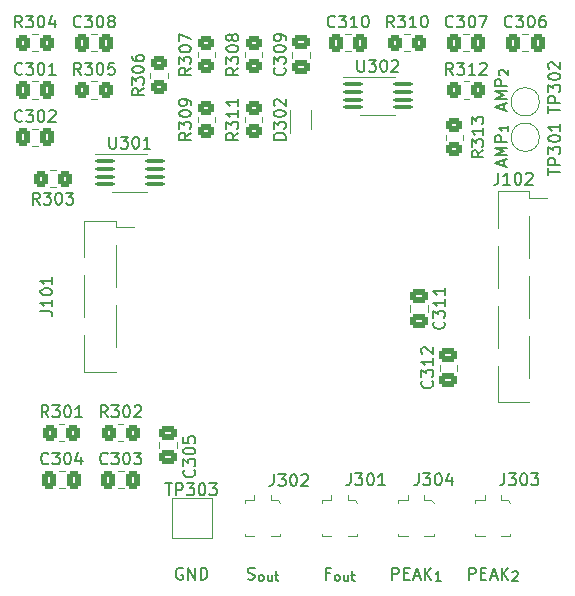
<source format=gto>
G04 #@! TF.GenerationSoftware,KiCad,Pcbnew,6.0.6-1.fc36*
G04 #@! TF.CreationDate,2022-07-29T11:52:02+02:00*
G04 #@! TF.ProjectId,CosmicWatch-ventidue,436f736d-6963-4576-9174-63682d76656e,rev?*
G04 #@! TF.SameCoordinates,Original*
G04 #@! TF.FileFunction,Legend,Top*
G04 #@! TF.FilePolarity,Positive*
%FSLAX46Y46*%
G04 Gerber Fmt 4.6, Leading zero omitted, Abs format (unit mm)*
G04 Created by KiCad (PCBNEW 6.0.6-1.fc36) date 2022-07-29 11:52:02*
%MOMM*%
%LPD*%
G01*
G04 APERTURE LIST*
G04 Aperture macros list*
%AMRoundRect*
0 Rectangle with rounded corners*
0 $1 Rounding radius*
0 $2 $3 $4 $5 $6 $7 $8 $9 X,Y pos of 4 corners*
0 Add a 4 corners polygon primitive as box body*
4,1,4,$2,$3,$4,$5,$6,$7,$8,$9,$2,$3,0*
0 Add four circle primitives for the rounded corners*
1,1,$1+$1,$2,$3*
1,1,$1+$1,$4,$5*
1,1,$1+$1,$6,$7*
1,1,$1+$1,$8,$9*
0 Add four rect primitives between the rounded corners*
20,1,$1+$1,$2,$3,$4,$5,0*
20,1,$1+$1,$4,$5,$6,$7,0*
20,1,$1+$1,$6,$7,$8,$9,0*
20,1,$1+$1,$8,$9,$2,$3,0*%
G04 Aperture macros list end*
%ADD10C,0.150000*%
%ADD11C,0.120000*%
%ADD12R,2.510000X1.000000*%
%ADD13C,2.000000*%
%ADD14RoundRect,0.250000X0.475000X-0.337500X0.475000X0.337500X-0.475000X0.337500X-0.475000X-0.337500X0*%
%ADD15RoundRect,0.250000X-0.475000X0.337500X-0.475000X-0.337500X0.475000X-0.337500X0.475000X0.337500X0*%
%ADD16RoundRect,0.250000X0.450000X-0.350000X0.450000X0.350000X-0.450000X0.350000X-0.450000X-0.350000X0*%
%ADD17RoundRect,0.250000X0.350000X0.450000X-0.350000X0.450000X-0.350000X-0.450000X0.350000X-0.450000X0*%
%ADD18RoundRect,0.100000X-0.712500X-0.100000X0.712500X-0.100000X0.712500X0.100000X-0.712500X0.100000X0*%
%ADD19RoundRect,0.250000X-0.337500X-0.475000X0.337500X-0.475000X0.337500X0.475000X-0.337500X0.475000X0*%
%ADD20RoundRect,0.250000X-0.350000X-0.450000X0.350000X-0.450000X0.350000X0.450000X-0.350000X0.450000X0*%
%ADD21R,0.375000X0.500000*%
%ADD22R,0.300000X0.650000*%
%ADD23RoundRect,0.250000X-0.450000X0.350000X-0.450000X-0.350000X0.450000X-0.350000X0.450000X0.350000X0*%
%ADD24RoundRect,0.250000X0.337500X0.475000X-0.337500X0.475000X-0.337500X-0.475000X0.337500X-0.475000X0*%
%ADD25R,1.000000X1.000000*%
%ADD26R,1.050000X2.200000*%
%ADD27R,3.000000X3.000000*%
G04 APERTURE END LIST*
D10*
X91226190Y-161452380D02*
X91226190Y-160452380D01*
X91607142Y-160452380D01*
X91702380Y-160500000D01*
X91750000Y-160547619D01*
X91797619Y-160642857D01*
X91797619Y-160785714D01*
X91750000Y-160880952D01*
X91702380Y-160928571D01*
X91607142Y-160976190D01*
X91226190Y-160976190D01*
X92226190Y-160928571D02*
X92559523Y-160928571D01*
X92702380Y-161452380D02*
X92226190Y-161452380D01*
X92226190Y-160452380D01*
X92702380Y-160452380D01*
X93083333Y-161166666D02*
X93559523Y-161166666D01*
X92988095Y-161452380D02*
X93321428Y-160452380D01*
X93654761Y-161452380D01*
X93988095Y-161452380D02*
X93988095Y-160452380D01*
X94559523Y-161452380D02*
X94130952Y-160880952D01*
X94559523Y-160452380D02*
X93988095Y-161023809D01*
X94902380Y-160838095D02*
X94940476Y-160800000D01*
X95016666Y-160761904D01*
X95207142Y-160761904D01*
X95283333Y-160800000D01*
X95321428Y-160838095D01*
X95359523Y-160914285D01*
X95359523Y-160990476D01*
X95321428Y-161104761D01*
X94864285Y-161561904D01*
X95359523Y-161561904D01*
X79440476Y-160928571D02*
X79107142Y-160928571D01*
X79107142Y-161452380D02*
X79107142Y-160452380D01*
X79583333Y-160452380D01*
X80030952Y-161561904D02*
X79954761Y-161523809D01*
X79916666Y-161485714D01*
X79878571Y-161409523D01*
X79878571Y-161180952D01*
X79916666Y-161104761D01*
X79954761Y-161066666D01*
X80030952Y-161028571D01*
X80145238Y-161028571D01*
X80221428Y-161066666D01*
X80259523Y-161104761D01*
X80297619Y-161180952D01*
X80297619Y-161409523D01*
X80259523Y-161485714D01*
X80221428Y-161523809D01*
X80145238Y-161561904D01*
X80030952Y-161561904D01*
X80983333Y-161028571D02*
X80983333Y-161561904D01*
X80640476Y-161028571D02*
X80640476Y-161447619D01*
X80678571Y-161523809D01*
X80754761Y-161561904D01*
X80869047Y-161561904D01*
X80945238Y-161523809D01*
X80983333Y-161485714D01*
X81250000Y-161028571D02*
X81554761Y-161028571D01*
X81364285Y-160761904D02*
X81364285Y-161447619D01*
X81402380Y-161523809D01*
X81478571Y-161561904D01*
X81554761Y-161561904D01*
X94166666Y-121690476D02*
X94166666Y-121214285D01*
X94452380Y-121785714D02*
X93452380Y-121452380D01*
X94452380Y-121119047D01*
X94452380Y-120785714D02*
X93452380Y-120785714D01*
X94166666Y-120452380D01*
X93452380Y-120119047D01*
X94452380Y-120119047D01*
X94452380Y-119642857D02*
X93452380Y-119642857D01*
X93452380Y-119261904D01*
X93500000Y-119166666D01*
X93547619Y-119119047D01*
X93642857Y-119071428D01*
X93785714Y-119071428D01*
X93880952Y-119119047D01*
X93928571Y-119166666D01*
X93976190Y-119261904D01*
X93976190Y-119642857D01*
X93838095Y-118728571D02*
X93800000Y-118690476D01*
X93761904Y-118614285D01*
X93761904Y-118423809D01*
X93800000Y-118347619D01*
X93838095Y-118309523D01*
X93914285Y-118271428D01*
X93990476Y-118271428D01*
X94104761Y-118309523D01*
X94561904Y-118766666D01*
X94561904Y-118271428D01*
X66988095Y-160500000D02*
X66892857Y-160452380D01*
X66750000Y-160452380D01*
X66607142Y-160500000D01*
X66511904Y-160595238D01*
X66464285Y-160690476D01*
X66416666Y-160880952D01*
X66416666Y-161023809D01*
X66464285Y-161214285D01*
X66511904Y-161309523D01*
X66607142Y-161404761D01*
X66750000Y-161452380D01*
X66845238Y-161452380D01*
X66988095Y-161404761D01*
X67035714Y-161357142D01*
X67035714Y-161023809D01*
X66845238Y-161023809D01*
X67464285Y-161452380D02*
X67464285Y-160452380D01*
X68035714Y-161452380D01*
X68035714Y-160452380D01*
X68511904Y-161452380D02*
X68511904Y-160452380D01*
X68750000Y-160452380D01*
X68892857Y-160500000D01*
X68988095Y-160595238D01*
X69035714Y-160690476D01*
X69083333Y-160880952D01*
X69083333Y-161023809D01*
X69035714Y-161214285D01*
X68988095Y-161309523D01*
X68892857Y-161404761D01*
X68750000Y-161452380D01*
X68511904Y-161452380D01*
X84726190Y-161452380D02*
X84726190Y-160452380D01*
X85107142Y-160452380D01*
X85202380Y-160500000D01*
X85250000Y-160547619D01*
X85297619Y-160642857D01*
X85297619Y-160785714D01*
X85250000Y-160880952D01*
X85202380Y-160928571D01*
X85107142Y-160976190D01*
X84726190Y-160976190D01*
X85726190Y-160928571D02*
X86059523Y-160928571D01*
X86202380Y-161452380D02*
X85726190Y-161452380D01*
X85726190Y-160452380D01*
X86202380Y-160452380D01*
X86583333Y-161166666D02*
X87059523Y-161166666D01*
X86488095Y-161452380D02*
X86821428Y-160452380D01*
X87154761Y-161452380D01*
X87488095Y-161452380D02*
X87488095Y-160452380D01*
X88059523Y-161452380D02*
X87630952Y-160880952D01*
X88059523Y-160452380D02*
X87488095Y-161023809D01*
X88859523Y-161561904D02*
X88402380Y-161561904D01*
X88630952Y-161561904D02*
X88630952Y-160761904D01*
X88554761Y-160876190D01*
X88478571Y-160952380D01*
X88402380Y-160990476D01*
X94166666Y-126440476D02*
X94166666Y-125964285D01*
X94452380Y-126535714D02*
X93452380Y-126202380D01*
X94452380Y-125869047D01*
X94452380Y-125535714D02*
X93452380Y-125535714D01*
X94166666Y-125202380D01*
X93452380Y-124869047D01*
X94452380Y-124869047D01*
X94452380Y-124392857D02*
X93452380Y-124392857D01*
X93452380Y-124011904D01*
X93500000Y-123916666D01*
X93547619Y-123869047D01*
X93642857Y-123821428D01*
X93785714Y-123821428D01*
X93880952Y-123869047D01*
X93928571Y-123916666D01*
X93976190Y-124011904D01*
X93976190Y-124392857D01*
X94561904Y-123021428D02*
X94561904Y-123478571D01*
X94561904Y-123250000D02*
X93761904Y-123250000D01*
X93876190Y-123326190D01*
X93952380Y-123402380D01*
X93990476Y-123478571D01*
X72511904Y-161404761D02*
X72654761Y-161452380D01*
X72892857Y-161452380D01*
X72988095Y-161404761D01*
X73035714Y-161357142D01*
X73083333Y-161261904D01*
X73083333Y-161166666D01*
X73035714Y-161071428D01*
X72988095Y-161023809D01*
X72892857Y-160976190D01*
X72702380Y-160928571D01*
X72607142Y-160880952D01*
X72559523Y-160833333D01*
X72511904Y-160738095D01*
X72511904Y-160642857D01*
X72559523Y-160547619D01*
X72607142Y-160500000D01*
X72702380Y-160452380D01*
X72940476Y-160452380D01*
X73083333Y-160500000D01*
X73578571Y-161561904D02*
X73502380Y-161523809D01*
X73464285Y-161485714D01*
X73426190Y-161409523D01*
X73426190Y-161180952D01*
X73464285Y-161104761D01*
X73502380Y-161066666D01*
X73578571Y-161028571D01*
X73692857Y-161028571D01*
X73769047Y-161066666D01*
X73807142Y-161104761D01*
X73845238Y-161180952D01*
X73845238Y-161409523D01*
X73807142Y-161485714D01*
X73769047Y-161523809D01*
X73692857Y-161561904D01*
X73578571Y-161561904D01*
X74530952Y-161028571D02*
X74530952Y-161561904D01*
X74188095Y-161028571D02*
X74188095Y-161447619D01*
X74226190Y-161523809D01*
X74302380Y-161561904D01*
X74416666Y-161561904D01*
X74492857Y-161523809D01*
X74530952Y-161485714D01*
X74797619Y-161028571D02*
X75102380Y-161028571D01*
X74911904Y-160761904D02*
X74911904Y-161447619D01*
X74950000Y-161523809D01*
X75026190Y-161561904D01*
X75102380Y-161561904D01*
X93714285Y-127002380D02*
X93714285Y-127716666D01*
X93666666Y-127859523D01*
X93571428Y-127954761D01*
X93428571Y-128002380D01*
X93333333Y-128002380D01*
X94714285Y-128002380D02*
X94142857Y-128002380D01*
X94428571Y-128002380D02*
X94428571Y-127002380D01*
X94333333Y-127145238D01*
X94238095Y-127240476D01*
X94142857Y-127288095D01*
X95333333Y-127002380D02*
X95428571Y-127002380D01*
X95523809Y-127050000D01*
X95571428Y-127097619D01*
X95619047Y-127192857D01*
X95666666Y-127383333D01*
X95666666Y-127621428D01*
X95619047Y-127811904D01*
X95571428Y-127907142D01*
X95523809Y-127954761D01*
X95428571Y-128002380D01*
X95333333Y-128002380D01*
X95238095Y-127954761D01*
X95190476Y-127907142D01*
X95142857Y-127811904D01*
X95095238Y-127621428D01*
X95095238Y-127383333D01*
X95142857Y-127192857D01*
X95190476Y-127097619D01*
X95238095Y-127050000D01*
X95333333Y-127002380D01*
X96047619Y-127097619D02*
X96095238Y-127050000D01*
X96190476Y-127002380D01*
X96428571Y-127002380D01*
X96523809Y-127050000D01*
X96571428Y-127097619D01*
X96619047Y-127192857D01*
X96619047Y-127288095D01*
X96571428Y-127430952D01*
X96000000Y-128002380D01*
X96619047Y-128002380D01*
X97952380Y-121964285D02*
X97952380Y-121392857D01*
X98952380Y-121678571D02*
X97952380Y-121678571D01*
X98952380Y-121059523D02*
X97952380Y-121059523D01*
X97952380Y-120678571D01*
X98000000Y-120583333D01*
X98047619Y-120535714D01*
X98142857Y-120488095D01*
X98285714Y-120488095D01*
X98380952Y-120535714D01*
X98428571Y-120583333D01*
X98476190Y-120678571D01*
X98476190Y-121059523D01*
X97952380Y-120154761D02*
X97952380Y-119535714D01*
X98333333Y-119869047D01*
X98333333Y-119726190D01*
X98380952Y-119630952D01*
X98428571Y-119583333D01*
X98523809Y-119535714D01*
X98761904Y-119535714D01*
X98857142Y-119583333D01*
X98904761Y-119630952D01*
X98952380Y-119726190D01*
X98952380Y-120011904D01*
X98904761Y-120107142D01*
X98857142Y-120154761D01*
X97952380Y-118916666D02*
X97952380Y-118821428D01*
X98000000Y-118726190D01*
X98047619Y-118678571D01*
X98142857Y-118630952D01*
X98333333Y-118583333D01*
X98571428Y-118583333D01*
X98761904Y-118630952D01*
X98857142Y-118678571D01*
X98904761Y-118726190D01*
X98952380Y-118821428D01*
X98952380Y-118916666D01*
X98904761Y-119011904D01*
X98857142Y-119059523D01*
X98761904Y-119107142D01*
X98571428Y-119154761D01*
X98333333Y-119154761D01*
X98142857Y-119107142D01*
X98047619Y-119059523D01*
X98000000Y-119011904D01*
X97952380Y-118916666D01*
X98047619Y-118202380D02*
X98000000Y-118154761D01*
X97952380Y-118059523D01*
X97952380Y-117821428D01*
X98000000Y-117726190D01*
X98047619Y-117678571D01*
X98142857Y-117630952D01*
X98238095Y-117630952D01*
X98380952Y-117678571D01*
X98952380Y-118250000D01*
X98952380Y-117630952D01*
X75607142Y-118119047D02*
X75654761Y-118166666D01*
X75702380Y-118309523D01*
X75702380Y-118404761D01*
X75654761Y-118547619D01*
X75559523Y-118642857D01*
X75464285Y-118690476D01*
X75273809Y-118738095D01*
X75130952Y-118738095D01*
X74940476Y-118690476D01*
X74845238Y-118642857D01*
X74750000Y-118547619D01*
X74702380Y-118404761D01*
X74702380Y-118309523D01*
X74750000Y-118166666D01*
X74797619Y-118119047D01*
X74702380Y-117785714D02*
X74702380Y-117166666D01*
X75083333Y-117500000D01*
X75083333Y-117357142D01*
X75130952Y-117261904D01*
X75178571Y-117214285D01*
X75273809Y-117166666D01*
X75511904Y-117166666D01*
X75607142Y-117214285D01*
X75654761Y-117261904D01*
X75702380Y-117357142D01*
X75702380Y-117642857D01*
X75654761Y-117738095D01*
X75607142Y-117785714D01*
X74702380Y-116547619D02*
X74702380Y-116452380D01*
X74750000Y-116357142D01*
X74797619Y-116309523D01*
X74892857Y-116261904D01*
X75083333Y-116214285D01*
X75321428Y-116214285D01*
X75511904Y-116261904D01*
X75607142Y-116309523D01*
X75654761Y-116357142D01*
X75702380Y-116452380D01*
X75702380Y-116547619D01*
X75654761Y-116642857D01*
X75607142Y-116690476D01*
X75511904Y-116738095D01*
X75321428Y-116785714D01*
X75083333Y-116785714D01*
X74892857Y-116738095D01*
X74797619Y-116690476D01*
X74750000Y-116642857D01*
X74702380Y-116547619D01*
X75702380Y-115738095D02*
X75702380Y-115547619D01*
X75654761Y-115452380D01*
X75607142Y-115404761D01*
X75464285Y-115309523D01*
X75273809Y-115261904D01*
X74892857Y-115261904D01*
X74797619Y-115309523D01*
X74750000Y-115357142D01*
X74702380Y-115452380D01*
X74702380Y-115642857D01*
X74750000Y-115738095D01*
X74797619Y-115785714D01*
X74892857Y-115833333D01*
X75130952Y-115833333D01*
X75226190Y-115785714D01*
X75273809Y-115738095D01*
X75321428Y-115642857D01*
X75321428Y-115452380D01*
X75273809Y-115357142D01*
X75226190Y-115309523D01*
X75130952Y-115261904D01*
X88107142Y-144619047D02*
X88154761Y-144666666D01*
X88202380Y-144809523D01*
X88202380Y-144904761D01*
X88154761Y-145047619D01*
X88059523Y-145142857D01*
X87964285Y-145190476D01*
X87773809Y-145238095D01*
X87630952Y-145238095D01*
X87440476Y-145190476D01*
X87345238Y-145142857D01*
X87250000Y-145047619D01*
X87202380Y-144904761D01*
X87202380Y-144809523D01*
X87250000Y-144666666D01*
X87297619Y-144619047D01*
X87202380Y-144285714D02*
X87202380Y-143666666D01*
X87583333Y-144000000D01*
X87583333Y-143857142D01*
X87630952Y-143761904D01*
X87678571Y-143714285D01*
X87773809Y-143666666D01*
X88011904Y-143666666D01*
X88107142Y-143714285D01*
X88154761Y-143761904D01*
X88202380Y-143857142D01*
X88202380Y-144142857D01*
X88154761Y-144238095D01*
X88107142Y-144285714D01*
X88202380Y-142714285D02*
X88202380Y-143285714D01*
X88202380Y-143000000D02*
X87202380Y-143000000D01*
X87345238Y-143095238D01*
X87440476Y-143190476D01*
X87488095Y-143285714D01*
X87297619Y-142333333D02*
X87250000Y-142285714D01*
X87202380Y-142190476D01*
X87202380Y-141952380D01*
X87250000Y-141857142D01*
X87297619Y-141809523D01*
X87392857Y-141761904D01*
X87488095Y-141761904D01*
X87630952Y-141809523D01*
X88202380Y-142380952D01*
X88202380Y-141761904D01*
X63702380Y-119869047D02*
X63226190Y-120202380D01*
X63702380Y-120440476D02*
X62702380Y-120440476D01*
X62702380Y-120059523D01*
X62750000Y-119964285D01*
X62797619Y-119916666D01*
X62892857Y-119869047D01*
X63035714Y-119869047D01*
X63130952Y-119916666D01*
X63178571Y-119964285D01*
X63226190Y-120059523D01*
X63226190Y-120440476D01*
X62702380Y-119535714D02*
X62702380Y-118916666D01*
X63083333Y-119250000D01*
X63083333Y-119107142D01*
X63130952Y-119011904D01*
X63178571Y-118964285D01*
X63273809Y-118916666D01*
X63511904Y-118916666D01*
X63607142Y-118964285D01*
X63654761Y-119011904D01*
X63702380Y-119107142D01*
X63702380Y-119392857D01*
X63654761Y-119488095D01*
X63607142Y-119535714D01*
X62702380Y-118297619D02*
X62702380Y-118202380D01*
X62750000Y-118107142D01*
X62797619Y-118059523D01*
X62892857Y-118011904D01*
X63083333Y-117964285D01*
X63321428Y-117964285D01*
X63511904Y-118011904D01*
X63607142Y-118059523D01*
X63654761Y-118107142D01*
X63702380Y-118202380D01*
X63702380Y-118297619D01*
X63654761Y-118392857D01*
X63607142Y-118440476D01*
X63511904Y-118488095D01*
X63321428Y-118535714D01*
X63083333Y-118535714D01*
X62892857Y-118488095D01*
X62797619Y-118440476D01*
X62750000Y-118392857D01*
X62702380Y-118297619D01*
X62702380Y-117107142D02*
X62702380Y-117297619D01*
X62750000Y-117392857D01*
X62797619Y-117440476D01*
X62940476Y-117535714D01*
X63130952Y-117583333D01*
X63511904Y-117583333D01*
X63607142Y-117535714D01*
X63654761Y-117488095D01*
X63702380Y-117392857D01*
X63702380Y-117202380D01*
X63654761Y-117107142D01*
X63607142Y-117059523D01*
X63511904Y-117011904D01*
X63273809Y-117011904D01*
X63178571Y-117059523D01*
X63130952Y-117107142D01*
X63083333Y-117202380D01*
X63083333Y-117392857D01*
X63130952Y-117488095D01*
X63178571Y-117535714D01*
X63273809Y-117583333D01*
X53380952Y-114702380D02*
X53047619Y-114226190D01*
X52809523Y-114702380D02*
X52809523Y-113702380D01*
X53190476Y-113702380D01*
X53285714Y-113750000D01*
X53333333Y-113797619D01*
X53380952Y-113892857D01*
X53380952Y-114035714D01*
X53333333Y-114130952D01*
X53285714Y-114178571D01*
X53190476Y-114226190D01*
X52809523Y-114226190D01*
X53714285Y-113702380D02*
X54333333Y-113702380D01*
X54000000Y-114083333D01*
X54142857Y-114083333D01*
X54238095Y-114130952D01*
X54285714Y-114178571D01*
X54333333Y-114273809D01*
X54333333Y-114511904D01*
X54285714Y-114607142D01*
X54238095Y-114654761D01*
X54142857Y-114702380D01*
X53857142Y-114702380D01*
X53761904Y-114654761D01*
X53714285Y-114607142D01*
X54952380Y-113702380D02*
X55047619Y-113702380D01*
X55142857Y-113750000D01*
X55190476Y-113797619D01*
X55238095Y-113892857D01*
X55285714Y-114083333D01*
X55285714Y-114321428D01*
X55238095Y-114511904D01*
X55190476Y-114607142D01*
X55142857Y-114654761D01*
X55047619Y-114702380D01*
X54952380Y-114702380D01*
X54857142Y-114654761D01*
X54809523Y-114607142D01*
X54761904Y-114511904D01*
X54714285Y-114321428D01*
X54714285Y-114083333D01*
X54761904Y-113892857D01*
X54809523Y-113797619D01*
X54857142Y-113750000D01*
X54952380Y-113702380D01*
X56142857Y-114035714D02*
X56142857Y-114702380D01*
X55904761Y-113654761D02*
X55666666Y-114369047D01*
X56285714Y-114369047D01*
X81785714Y-117452380D02*
X81785714Y-118261904D01*
X81833333Y-118357142D01*
X81880952Y-118404761D01*
X81976190Y-118452380D01*
X82166666Y-118452380D01*
X82261904Y-118404761D01*
X82309523Y-118357142D01*
X82357142Y-118261904D01*
X82357142Y-117452380D01*
X82738095Y-117452380D02*
X83357142Y-117452380D01*
X83023809Y-117833333D01*
X83166666Y-117833333D01*
X83261904Y-117880952D01*
X83309523Y-117928571D01*
X83357142Y-118023809D01*
X83357142Y-118261904D01*
X83309523Y-118357142D01*
X83261904Y-118404761D01*
X83166666Y-118452380D01*
X82880952Y-118452380D01*
X82785714Y-118404761D01*
X82738095Y-118357142D01*
X83976190Y-117452380D02*
X84071428Y-117452380D01*
X84166666Y-117500000D01*
X84214285Y-117547619D01*
X84261904Y-117642857D01*
X84309523Y-117833333D01*
X84309523Y-118071428D01*
X84261904Y-118261904D01*
X84214285Y-118357142D01*
X84166666Y-118404761D01*
X84071428Y-118452380D01*
X83976190Y-118452380D01*
X83880952Y-118404761D01*
X83833333Y-118357142D01*
X83785714Y-118261904D01*
X83738095Y-118071428D01*
X83738095Y-117833333D01*
X83785714Y-117642857D01*
X83833333Y-117547619D01*
X83880952Y-117500000D01*
X83976190Y-117452380D01*
X84690476Y-117547619D02*
X84738095Y-117500000D01*
X84833333Y-117452380D01*
X85071428Y-117452380D01*
X85166666Y-117500000D01*
X85214285Y-117547619D01*
X85261904Y-117642857D01*
X85261904Y-117738095D01*
X85214285Y-117880952D01*
X84642857Y-118452380D01*
X85261904Y-118452380D01*
X67957142Y-152181547D02*
X68004761Y-152229166D01*
X68052380Y-152372023D01*
X68052380Y-152467261D01*
X68004761Y-152610119D01*
X67909523Y-152705357D01*
X67814285Y-152752976D01*
X67623809Y-152800595D01*
X67480952Y-152800595D01*
X67290476Y-152752976D01*
X67195238Y-152705357D01*
X67100000Y-152610119D01*
X67052380Y-152467261D01*
X67052380Y-152372023D01*
X67100000Y-152229166D01*
X67147619Y-152181547D01*
X67052380Y-151848214D02*
X67052380Y-151229166D01*
X67433333Y-151562500D01*
X67433333Y-151419642D01*
X67480952Y-151324404D01*
X67528571Y-151276785D01*
X67623809Y-151229166D01*
X67861904Y-151229166D01*
X67957142Y-151276785D01*
X68004761Y-151324404D01*
X68052380Y-151419642D01*
X68052380Y-151705357D01*
X68004761Y-151800595D01*
X67957142Y-151848214D01*
X67052380Y-150610119D02*
X67052380Y-150514880D01*
X67100000Y-150419642D01*
X67147619Y-150372023D01*
X67242857Y-150324404D01*
X67433333Y-150276785D01*
X67671428Y-150276785D01*
X67861904Y-150324404D01*
X67957142Y-150372023D01*
X68004761Y-150419642D01*
X68052380Y-150514880D01*
X68052380Y-150610119D01*
X68004761Y-150705357D01*
X67957142Y-150752976D01*
X67861904Y-150800595D01*
X67671428Y-150848214D01*
X67433333Y-150848214D01*
X67242857Y-150800595D01*
X67147619Y-150752976D01*
X67100000Y-150705357D01*
X67052380Y-150610119D01*
X67052380Y-149372023D02*
X67052380Y-149848214D01*
X67528571Y-149895833D01*
X67480952Y-149848214D01*
X67433333Y-149752976D01*
X67433333Y-149514880D01*
X67480952Y-149419642D01*
X67528571Y-149372023D01*
X67623809Y-149324404D01*
X67861904Y-149324404D01*
X67957142Y-149372023D01*
X68004761Y-149419642D01*
X68052380Y-149514880D01*
X68052380Y-149752976D01*
X68004761Y-149848214D01*
X67957142Y-149895833D01*
X89107142Y-139619047D02*
X89154761Y-139666666D01*
X89202380Y-139809523D01*
X89202380Y-139904761D01*
X89154761Y-140047619D01*
X89059523Y-140142857D01*
X88964285Y-140190476D01*
X88773809Y-140238095D01*
X88630952Y-140238095D01*
X88440476Y-140190476D01*
X88345238Y-140142857D01*
X88250000Y-140047619D01*
X88202380Y-139904761D01*
X88202380Y-139809523D01*
X88250000Y-139666666D01*
X88297619Y-139619047D01*
X88202380Y-139285714D02*
X88202380Y-138666666D01*
X88583333Y-139000000D01*
X88583333Y-138857142D01*
X88630952Y-138761904D01*
X88678571Y-138714285D01*
X88773809Y-138666666D01*
X89011904Y-138666666D01*
X89107142Y-138714285D01*
X89154761Y-138761904D01*
X89202380Y-138857142D01*
X89202380Y-139142857D01*
X89154761Y-139238095D01*
X89107142Y-139285714D01*
X89202380Y-137714285D02*
X89202380Y-138285714D01*
X89202380Y-138000000D02*
X88202380Y-138000000D01*
X88345238Y-138095238D01*
X88440476Y-138190476D01*
X88488095Y-138285714D01*
X89202380Y-136761904D02*
X89202380Y-137333333D01*
X89202380Y-137047619D02*
X88202380Y-137047619D01*
X88345238Y-137142857D01*
X88440476Y-137238095D01*
X88488095Y-137333333D01*
X79880952Y-114607142D02*
X79833333Y-114654761D01*
X79690476Y-114702380D01*
X79595238Y-114702380D01*
X79452380Y-114654761D01*
X79357142Y-114559523D01*
X79309523Y-114464285D01*
X79261904Y-114273809D01*
X79261904Y-114130952D01*
X79309523Y-113940476D01*
X79357142Y-113845238D01*
X79452380Y-113750000D01*
X79595238Y-113702380D01*
X79690476Y-113702380D01*
X79833333Y-113750000D01*
X79880952Y-113797619D01*
X80214285Y-113702380D02*
X80833333Y-113702380D01*
X80500000Y-114083333D01*
X80642857Y-114083333D01*
X80738095Y-114130952D01*
X80785714Y-114178571D01*
X80833333Y-114273809D01*
X80833333Y-114511904D01*
X80785714Y-114607142D01*
X80738095Y-114654761D01*
X80642857Y-114702380D01*
X80357142Y-114702380D01*
X80261904Y-114654761D01*
X80214285Y-114607142D01*
X81785714Y-114702380D02*
X81214285Y-114702380D01*
X81500000Y-114702380D02*
X81500000Y-113702380D01*
X81404761Y-113845238D01*
X81309523Y-113940476D01*
X81214285Y-113988095D01*
X82404761Y-113702380D02*
X82500000Y-113702380D01*
X82595238Y-113750000D01*
X82642857Y-113797619D01*
X82690476Y-113892857D01*
X82738095Y-114083333D01*
X82738095Y-114321428D01*
X82690476Y-114511904D01*
X82642857Y-114607142D01*
X82595238Y-114654761D01*
X82500000Y-114702380D01*
X82404761Y-114702380D01*
X82309523Y-114654761D01*
X82261904Y-114607142D01*
X82214285Y-114511904D01*
X82166666Y-114321428D01*
X82166666Y-114083333D01*
X82214285Y-113892857D01*
X82261904Y-113797619D01*
X82309523Y-113750000D01*
X82404761Y-113702380D01*
X97952380Y-127214285D02*
X97952380Y-126642857D01*
X98952380Y-126928571D02*
X97952380Y-126928571D01*
X98952380Y-126309523D02*
X97952380Y-126309523D01*
X97952380Y-125928571D01*
X98000000Y-125833333D01*
X98047619Y-125785714D01*
X98142857Y-125738095D01*
X98285714Y-125738095D01*
X98380952Y-125785714D01*
X98428571Y-125833333D01*
X98476190Y-125928571D01*
X98476190Y-126309523D01*
X97952380Y-125404761D02*
X97952380Y-124785714D01*
X98333333Y-125119047D01*
X98333333Y-124976190D01*
X98380952Y-124880952D01*
X98428571Y-124833333D01*
X98523809Y-124785714D01*
X98761904Y-124785714D01*
X98857142Y-124833333D01*
X98904761Y-124880952D01*
X98952380Y-124976190D01*
X98952380Y-125261904D01*
X98904761Y-125357142D01*
X98857142Y-125404761D01*
X97952380Y-124166666D02*
X97952380Y-124071428D01*
X98000000Y-123976190D01*
X98047619Y-123928571D01*
X98142857Y-123880952D01*
X98333333Y-123833333D01*
X98571428Y-123833333D01*
X98761904Y-123880952D01*
X98857142Y-123928571D01*
X98904761Y-123976190D01*
X98952380Y-124071428D01*
X98952380Y-124166666D01*
X98904761Y-124261904D01*
X98857142Y-124309523D01*
X98761904Y-124357142D01*
X98571428Y-124404761D01*
X98333333Y-124404761D01*
X98142857Y-124357142D01*
X98047619Y-124309523D01*
X98000000Y-124261904D01*
X97952380Y-124166666D01*
X98952380Y-122880952D02*
X98952380Y-123452380D01*
X98952380Y-123166666D02*
X97952380Y-123166666D01*
X98095238Y-123261904D01*
X98190476Y-123357142D01*
X98238095Y-123452380D01*
X58380952Y-118702380D02*
X58047619Y-118226190D01*
X57809523Y-118702380D02*
X57809523Y-117702380D01*
X58190476Y-117702380D01*
X58285714Y-117750000D01*
X58333333Y-117797619D01*
X58380952Y-117892857D01*
X58380952Y-118035714D01*
X58333333Y-118130952D01*
X58285714Y-118178571D01*
X58190476Y-118226190D01*
X57809523Y-118226190D01*
X58714285Y-117702380D02*
X59333333Y-117702380D01*
X59000000Y-118083333D01*
X59142857Y-118083333D01*
X59238095Y-118130952D01*
X59285714Y-118178571D01*
X59333333Y-118273809D01*
X59333333Y-118511904D01*
X59285714Y-118607142D01*
X59238095Y-118654761D01*
X59142857Y-118702380D01*
X58857142Y-118702380D01*
X58761904Y-118654761D01*
X58714285Y-118607142D01*
X59952380Y-117702380D02*
X60047619Y-117702380D01*
X60142857Y-117750000D01*
X60190476Y-117797619D01*
X60238095Y-117892857D01*
X60285714Y-118083333D01*
X60285714Y-118321428D01*
X60238095Y-118511904D01*
X60190476Y-118607142D01*
X60142857Y-118654761D01*
X60047619Y-118702380D01*
X59952380Y-118702380D01*
X59857142Y-118654761D01*
X59809523Y-118607142D01*
X59761904Y-118511904D01*
X59714285Y-118321428D01*
X59714285Y-118083333D01*
X59761904Y-117892857D01*
X59809523Y-117797619D01*
X59857142Y-117750000D01*
X59952380Y-117702380D01*
X61190476Y-117702380D02*
X60714285Y-117702380D01*
X60666666Y-118178571D01*
X60714285Y-118130952D01*
X60809523Y-118083333D01*
X61047619Y-118083333D01*
X61142857Y-118130952D01*
X61190476Y-118178571D01*
X61238095Y-118273809D01*
X61238095Y-118511904D01*
X61190476Y-118607142D01*
X61142857Y-118654761D01*
X61047619Y-118702380D01*
X60809523Y-118702380D01*
X60714285Y-118654761D01*
X60666666Y-118607142D01*
X60630952Y-151607142D02*
X60583333Y-151654761D01*
X60440476Y-151702380D01*
X60345238Y-151702380D01*
X60202380Y-151654761D01*
X60107142Y-151559523D01*
X60059523Y-151464285D01*
X60011904Y-151273809D01*
X60011904Y-151130952D01*
X60059523Y-150940476D01*
X60107142Y-150845238D01*
X60202380Y-150750000D01*
X60345238Y-150702380D01*
X60440476Y-150702380D01*
X60583333Y-150750000D01*
X60630952Y-150797619D01*
X60964285Y-150702380D02*
X61583333Y-150702380D01*
X61250000Y-151083333D01*
X61392857Y-151083333D01*
X61488095Y-151130952D01*
X61535714Y-151178571D01*
X61583333Y-151273809D01*
X61583333Y-151511904D01*
X61535714Y-151607142D01*
X61488095Y-151654761D01*
X61392857Y-151702380D01*
X61107142Y-151702380D01*
X61011904Y-151654761D01*
X60964285Y-151607142D01*
X62202380Y-150702380D02*
X62297619Y-150702380D01*
X62392857Y-150750000D01*
X62440476Y-150797619D01*
X62488095Y-150892857D01*
X62535714Y-151083333D01*
X62535714Y-151321428D01*
X62488095Y-151511904D01*
X62440476Y-151607142D01*
X62392857Y-151654761D01*
X62297619Y-151702380D01*
X62202380Y-151702380D01*
X62107142Y-151654761D01*
X62059523Y-151607142D01*
X62011904Y-151511904D01*
X61964285Y-151321428D01*
X61964285Y-151083333D01*
X62011904Y-150892857D01*
X62059523Y-150797619D01*
X62107142Y-150750000D01*
X62202380Y-150702380D01*
X62869047Y-150702380D02*
X63488095Y-150702380D01*
X63154761Y-151083333D01*
X63297619Y-151083333D01*
X63392857Y-151130952D01*
X63440476Y-151178571D01*
X63488095Y-151273809D01*
X63488095Y-151511904D01*
X63440476Y-151607142D01*
X63392857Y-151654761D01*
X63297619Y-151702380D01*
X63011904Y-151702380D01*
X62916666Y-151654761D01*
X62869047Y-151607142D01*
X67702380Y-123619047D02*
X67226190Y-123952380D01*
X67702380Y-124190476D02*
X66702380Y-124190476D01*
X66702380Y-123809523D01*
X66750000Y-123714285D01*
X66797619Y-123666666D01*
X66892857Y-123619047D01*
X67035714Y-123619047D01*
X67130952Y-123666666D01*
X67178571Y-123714285D01*
X67226190Y-123809523D01*
X67226190Y-124190476D01*
X66702380Y-123285714D02*
X66702380Y-122666666D01*
X67083333Y-123000000D01*
X67083333Y-122857142D01*
X67130952Y-122761904D01*
X67178571Y-122714285D01*
X67273809Y-122666666D01*
X67511904Y-122666666D01*
X67607142Y-122714285D01*
X67654761Y-122761904D01*
X67702380Y-122857142D01*
X67702380Y-123142857D01*
X67654761Y-123238095D01*
X67607142Y-123285714D01*
X66702380Y-122047619D02*
X66702380Y-121952380D01*
X66750000Y-121857142D01*
X66797619Y-121809523D01*
X66892857Y-121761904D01*
X67083333Y-121714285D01*
X67321428Y-121714285D01*
X67511904Y-121761904D01*
X67607142Y-121809523D01*
X67654761Y-121857142D01*
X67702380Y-121952380D01*
X67702380Y-122047619D01*
X67654761Y-122142857D01*
X67607142Y-122190476D01*
X67511904Y-122238095D01*
X67321428Y-122285714D01*
X67083333Y-122285714D01*
X66892857Y-122238095D01*
X66797619Y-122190476D01*
X66750000Y-122142857D01*
X66702380Y-122047619D01*
X67702380Y-121238095D02*
X67702380Y-121047619D01*
X67654761Y-120952380D01*
X67607142Y-120904761D01*
X67464285Y-120809523D01*
X67273809Y-120761904D01*
X66892857Y-120761904D01*
X66797619Y-120809523D01*
X66750000Y-120857142D01*
X66702380Y-120952380D01*
X66702380Y-121142857D01*
X66750000Y-121238095D01*
X66797619Y-121285714D01*
X66892857Y-121333333D01*
X67130952Y-121333333D01*
X67226190Y-121285714D01*
X67273809Y-121238095D01*
X67321428Y-121142857D01*
X67321428Y-120952380D01*
X67273809Y-120857142D01*
X67226190Y-120809523D01*
X67130952Y-120761904D01*
X55630952Y-147702380D02*
X55297619Y-147226190D01*
X55059523Y-147702380D02*
X55059523Y-146702380D01*
X55440476Y-146702380D01*
X55535714Y-146750000D01*
X55583333Y-146797619D01*
X55630952Y-146892857D01*
X55630952Y-147035714D01*
X55583333Y-147130952D01*
X55535714Y-147178571D01*
X55440476Y-147226190D01*
X55059523Y-147226190D01*
X55964285Y-146702380D02*
X56583333Y-146702380D01*
X56250000Y-147083333D01*
X56392857Y-147083333D01*
X56488095Y-147130952D01*
X56535714Y-147178571D01*
X56583333Y-147273809D01*
X56583333Y-147511904D01*
X56535714Y-147607142D01*
X56488095Y-147654761D01*
X56392857Y-147702380D01*
X56107142Y-147702380D01*
X56011904Y-147654761D01*
X55964285Y-147607142D01*
X57202380Y-146702380D02*
X57297619Y-146702380D01*
X57392857Y-146750000D01*
X57440476Y-146797619D01*
X57488095Y-146892857D01*
X57535714Y-147083333D01*
X57535714Y-147321428D01*
X57488095Y-147511904D01*
X57440476Y-147607142D01*
X57392857Y-147654761D01*
X57297619Y-147702380D01*
X57202380Y-147702380D01*
X57107142Y-147654761D01*
X57059523Y-147607142D01*
X57011904Y-147511904D01*
X56964285Y-147321428D01*
X56964285Y-147083333D01*
X57011904Y-146892857D01*
X57059523Y-146797619D01*
X57107142Y-146750000D01*
X57202380Y-146702380D01*
X58488095Y-147702380D02*
X57916666Y-147702380D01*
X58202380Y-147702380D02*
X58202380Y-146702380D01*
X58107142Y-146845238D01*
X58011904Y-146940476D01*
X57916666Y-146988095D01*
X75702380Y-124190476D02*
X74702380Y-124190476D01*
X74702380Y-123952380D01*
X74750000Y-123809523D01*
X74845238Y-123714285D01*
X74940476Y-123666666D01*
X75130952Y-123619047D01*
X75273809Y-123619047D01*
X75464285Y-123666666D01*
X75559523Y-123714285D01*
X75654761Y-123809523D01*
X75702380Y-123952380D01*
X75702380Y-124190476D01*
X74702380Y-123285714D02*
X74702380Y-122666666D01*
X75083333Y-123000000D01*
X75083333Y-122857142D01*
X75130952Y-122761904D01*
X75178571Y-122714285D01*
X75273809Y-122666666D01*
X75511904Y-122666666D01*
X75607142Y-122714285D01*
X75654761Y-122761904D01*
X75702380Y-122857142D01*
X75702380Y-123142857D01*
X75654761Y-123238095D01*
X75607142Y-123285714D01*
X74702380Y-122047619D02*
X74702380Y-121952380D01*
X74750000Y-121857142D01*
X74797619Y-121809523D01*
X74892857Y-121761904D01*
X75083333Y-121714285D01*
X75321428Y-121714285D01*
X75511904Y-121761904D01*
X75607142Y-121809523D01*
X75654761Y-121857142D01*
X75702380Y-121952380D01*
X75702380Y-122047619D01*
X75654761Y-122142857D01*
X75607142Y-122190476D01*
X75511904Y-122238095D01*
X75321428Y-122285714D01*
X75083333Y-122285714D01*
X74892857Y-122238095D01*
X74797619Y-122190476D01*
X74750000Y-122142857D01*
X74702380Y-122047619D01*
X74797619Y-121333333D02*
X74750000Y-121285714D01*
X74702380Y-121190476D01*
X74702380Y-120952380D01*
X74750000Y-120857142D01*
X74797619Y-120809523D01*
X74892857Y-120761904D01*
X74988095Y-120761904D01*
X75130952Y-120809523D01*
X75702380Y-121380952D01*
X75702380Y-120761904D01*
X89880952Y-118702380D02*
X89547619Y-118226190D01*
X89309523Y-118702380D02*
X89309523Y-117702380D01*
X89690476Y-117702380D01*
X89785714Y-117750000D01*
X89833333Y-117797619D01*
X89880952Y-117892857D01*
X89880952Y-118035714D01*
X89833333Y-118130952D01*
X89785714Y-118178571D01*
X89690476Y-118226190D01*
X89309523Y-118226190D01*
X90214285Y-117702380D02*
X90833333Y-117702380D01*
X90500000Y-118083333D01*
X90642857Y-118083333D01*
X90738095Y-118130952D01*
X90785714Y-118178571D01*
X90833333Y-118273809D01*
X90833333Y-118511904D01*
X90785714Y-118607142D01*
X90738095Y-118654761D01*
X90642857Y-118702380D01*
X90357142Y-118702380D01*
X90261904Y-118654761D01*
X90214285Y-118607142D01*
X91785714Y-118702380D02*
X91214285Y-118702380D01*
X91500000Y-118702380D02*
X91500000Y-117702380D01*
X91404761Y-117845238D01*
X91309523Y-117940476D01*
X91214285Y-117988095D01*
X92166666Y-117797619D02*
X92214285Y-117750000D01*
X92309523Y-117702380D01*
X92547619Y-117702380D01*
X92642857Y-117750000D01*
X92690476Y-117797619D01*
X92738095Y-117892857D01*
X92738095Y-117988095D01*
X92690476Y-118130952D01*
X92119047Y-118702380D01*
X92738095Y-118702380D01*
X92452380Y-125119047D02*
X91976190Y-125452380D01*
X92452380Y-125690476D02*
X91452380Y-125690476D01*
X91452380Y-125309523D01*
X91500000Y-125214285D01*
X91547619Y-125166666D01*
X91642857Y-125119047D01*
X91785714Y-125119047D01*
X91880952Y-125166666D01*
X91928571Y-125214285D01*
X91976190Y-125309523D01*
X91976190Y-125690476D01*
X91452380Y-124785714D02*
X91452380Y-124166666D01*
X91833333Y-124500000D01*
X91833333Y-124357142D01*
X91880952Y-124261904D01*
X91928571Y-124214285D01*
X92023809Y-124166666D01*
X92261904Y-124166666D01*
X92357142Y-124214285D01*
X92404761Y-124261904D01*
X92452380Y-124357142D01*
X92452380Y-124642857D01*
X92404761Y-124738095D01*
X92357142Y-124785714D01*
X92452380Y-123214285D02*
X92452380Y-123785714D01*
X92452380Y-123500000D02*
X91452380Y-123500000D01*
X91595238Y-123595238D01*
X91690476Y-123690476D01*
X91738095Y-123785714D01*
X91452380Y-122880952D02*
X91452380Y-122261904D01*
X91833333Y-122595238D01*
X91833333Y-122452380D01*
X91880952Y-122357142D01*
X91928571Y-122309523D01*
X92023809Y-122261904D01*
X92261904Y-122261904D01*
X92357142Y-122309523D01*
X92404761Y-122357142D01*
X92452380Y-122452380D01*
X92452380Y-122738095D01*
X92404761Y-122833333D01*
X92357142Y-122880952D01*
X89880952Y-114607142D02*
X89833333Y-114654761D01*
X89690476Y-114702380D01*
X89595238Y-114702380D01*
X89452380Y-114654761D01*
X89357142Y-114559523D01*
X89309523Y-114464285D01*
X89261904Y-114273809D01*
X89261904Y-114130952D01*
X89309523Y-113940476D01*
X89357142Y-113845238D01*
X89452380Y-113750000D01*
X89595238Y-113702380D01*
X89690476Y-113702380D01*
X89833333Y-113750000D01*
X89880952Y-113797619D01*
X90214285Y-113702380D02*
X90833333Y-113702380D01*
X90500000Y-114083333D01*
X90642857Y-114083333D01*
X90738095Y-114130952D01*
X90785714Y-114178571D01*
X90833333Y-114273809D01*
X90833333Y-114511904D01*
X90785714Y-114607142D01*
X90738095Y-114654761D01*
X90642857Y-114702380D01*
X90357142Y-114702380D01*
X90261904Y-114654761D01*
X90214285Y-114607142D01*
X91452380Y-113702380D02*
X91547619Y-113702380D01*
X91642857Y-113750000D01*
X91690476Y-113797619D01*
X91738095Y-113892857D01*
X91785714Y-114083333D01*
X91785714Y-114321428D01*
X91738095Y-114511904D01*
X91690476Y-114607142D01*
X91642857Y-114654761D01*
X91547619Y-114702380D01*
X91452380Y-114702380D01*
X91357142Y-114654761D01*
X91309523Y-114607142D01*
X91261904Y-114511904D01*
X91214285Y-114321428D01*
X91214285Y-114083333D01*
X91261904Y-113892857D01*
X91309523Y-113797619D01*
X91357142Y-113750000D01*
X91452380Y-113702380D01*
X92119047Y-113702380D02*
X92785714Y-113702380D01*
X92357142Y-114702380D01*
X53380952Y-118607142D02*
X53333333Y-118654761D01*
X53190476Y-118702380D01*
X53095238Y-118702380D01*
X52952380Y-118654761D01*
X52857142Y-118559523D01*
X52809523Y-118464285D01*
X52761904Y-118273809D01*
X52761904Y-118130952D01*
X52809523Y-117940476D01*
X52857142Y-117845238D01*
X52952380Y-117750000D01*
X53095238Y-117702380D01*
X53190476Y-117702380D01*
X53333333Y-117750000D01*
X53380952Y-117797619D01*
X53714285Y-117702380D02*
X54333333Y-117702380D01*
X54000000Y-118083333D01*
X54142857Y-118083333D01*
X54238095Y-118130952D01*
X54285714Y-118178571D01*
X54333333Y-118273809D01*
X54333333Y-118511904D01*
X54285714Y-118607142D01*
X54238095Y-118654761D01*
X54142857Y-118702380D01*
X53857142Y-118702380D01*
X53761904Y-118654761D01*
X53714285Y-118607142D01*
X54952380Y-117702380D02*
X55047619Y-117702380D01*
X55142857Y-117750000D01*
X55190476Y-117797619D01*
X55238095Y-117892857D01*
X55285714Y-118083333D01*
X55285714Y-118321428D01*
X55238095Y-118511904D01*
X55190476Y-118607142D01*
X55142857Y-118654761D01*
X55047619Y-118702380D01*
X54952380Y-118702380D01*
X54857142Y-118654761D01*
X54809523Y-118607142D01*
X54761904Y-118511904D01*
X54714285Y-118321428D01*
X54714285Y-118083333D01*
X54761904Y-117892857D01*
X54809523Y-117797619D01*
X54857142Y-117750000D01*
X54952380Y-117702380D01*
X56238095Y-118702380D02*
X55666666Y-118702380D01*
X55952380Y-118702380D02*
X55952380Y-117702380D01*
X55857142Y-117845238D01*
X55761904Y-117940476D01*
X55666666Y-117988095D01*
X71702380Y-123619047D02*
X71226190Y-123952380D01*
X71702380Y-124190476D02*
X70702380Y-124190476D01*
X70702380Y-123809523D01*
X70750000Y-123714285D01*
X70797619Y-123666666D01*
X70892857Y-123619047D01*
X71035714Y-123619047D01*
X71130952Y-123666666D01*
X71178571Y-123714285D01*
X71226190Y-123809523D01*
X71226190Y-124190476D01*
X70702380Y-123285714D02*
X70702380Y-122666666D01*
X71083333Y-123000000D01*
X71083333Y-122857142D01*
X71130952Y-122761904D01*
X71178571Y-122714285D01*
X71273809Y-122666666D01*
X71511904Y-122666666D01*
X71607142Y-122714285D01*
X71654761Y-122761904D01*
X71702380Y-122857142D01*
X71702380Y-123142857D01*
X71654761Y-123238095D01*
X71607142Y-123285714D01*
X71702380Y-121714285D02*
X71702380Y-122285714D01*
X71702380Y-122000000D02*
X70702380Y-122000000D01*
X70845238Y-122095238D01*
X70940476Y-122190476D01*
X70988095Y-122285714D01*
X71702380Y-120761904D02*
X71702380Y-121333333D01*
X71702380Y-121047619D02*
X70702380Y-121047619D01*
X70845238Y-121142857D01*
X70940476Y-121238095D01*
X70988095Y-121333333D01*
X53380952Y-122607142D02*
X53333333Y-122654761D01*
X53190476Y-122702380D01*
X53095238Y-122702380D01*
X52952380Y-122654761D01*
X52857142Y-122559523D01*
X52809523Y-122464285D01*
X52761904Y-122273809D01*
X52761904Y-122130952D01*
X52809523Y-121940476D01*
X52857142Y-121845238D01*
X52952380Y-121750000D01*
X53095238Y-121702380D01*
X53190476Y-121702380D01*
X53333333Y-121750000D01*
X53380952Y-121797619D01*
X53714285Y-121702380D02*
X54333333Y-121702380D01*
X54000000Y-122083333D01*
X54142857Y-122083333D01*
X54238095Y-122130952D01*
X54285714Y-122178571D01*
X54333333Y-122273809D01*
X54333333Y-122511904D01*
X54285714Y-122607142D01*
X54238095Y-122654761D01*
X54142857Y-122702380D01*
X53857142Y-122702380D01*
X53761904Y-122654761D01*
X53714285Y-122607142D01*
X54952380Y-121702380D02*
X55047619Y-121702380D01*
X55142857Y-121750000D01*
X55190476Y-121797619D01*
X55238095Y-121892857D01*
X55285714Y-122083333D01*
X55285714Y-122321428D01*
X55238095Y-122511904D01*
X55190476Y-122607142D01*
X55142857Y-122654761D01*
X55047619Y-122702380D01*
X54952380Y-122702380D01*
X54857142Y-122654761D01*
X54809523Y-122607142D01*
X54761904Y-122511904D01*
X54714285Y-122321428D01*
X54714285Y-122083333D01*
X54761904Y-121892857D01*
X54809523Y-121797619D01*
X54857142Y-121750000D01*
X54952380Y-121702380D01*
X55666666Y-121797619D02*
X55714285Y-121750000D01*
X55809523Y-121702380D01*
X56047619Y-121702380D01*
X56142857Y-121750000D01*
X56190476Y-121797619D01*
X56238095Y-121892857D01*
X56238095Y-121988095D01*
X56190476Y-122130952D01*
X55619047Y-122702380D01*
X56238095Y-122702380D01*
X60785714Y-123952380D02*
X60785714Y-124761904D01*
X60833333Y-124857142D01*
X60880952Y-124904761D01*
X60976190Y-124952380D01*
X61166666Y-124952380D01*
X61261904Y-124904761D01*
X61309523Y-124857142D01*
X61357142Y-124761904D01*
X61357142Y-123952380D01*
X61738095Y-123952380D02*
X62357142Y-123952380D01*
X62023809Y-124333333D01*
X62166666Y-124333333D01*
X62261904Y-124380952D01*
X62309523Y-124428571D01*
X62357142Y-124523809D01*
X62357142Y-124761904D01*
X62309523Y-124857142D01*
X62261904Y-124904761D01*
X62166666Y-124952380D01*
X61880952Y-124952380D01*
X61785714Y-124904761D01*
X61738095Y-124857142D01*
X62976190Y-123952380D02*
X63071428Y-123952380D01*
X63166666Y-124000000D01*
X63214285Y-124047619D01*
X63261904Y-124142857D01*
X63309523Y-124333333D01*
X63309523Y-124571428D01*
X63261904Y-124761904D01*
X63214285Y-124857142D01*
X63166666Y-124904761D01*
X63071428Y-124952380D01*
X62976190Y-124952380D01*
X62880952Y-124904761D01*
X62833333Y-124857142D01*
X62785714Y-124761904D01*
X62738095Y-124571428D01*
X62738095Y-124333333D01*
X62785714Y-124142857D01*
X62833333Y-124047619D01*
X62880952Y-124000000D01*
X62976190Y-123952380D01*
X64261904Y-124952380D02*
X63690476Y-124952380D01*
X63976190Y-124952380D02*
X63976190Y-123952380D01*
X63880952Y-124095238D01*
X63785714Y-124190476D01*
X63690476Y-124238095D01*
X74714285Y-152514880D02*
X74714285Y-153229166D01*
X74666666Y-153372023D01*
X74571428Y-153467261D01*
X74428571Y-153514880D01*
X74333333Y-153514880D01*
X75095238Y-152514880D02*
X75714285Y-152514880D01*
X75380952Y-152895833D01*
X75523809Y-152895833D01*
X75619047Y-152943452D01*
X75666666Y-152991071D01*
X75714285Y-153086309D01*
X75714285Y-153324404D01*
X75666666Y-153419642D01*
X75619047Y-153467261D01*
X75523809Y-153514880D01*
X75238095Y-153514880D01*
X75142857Y-153467261D01*
X75095238Y-153419642D01*
X76333333Y-152514880D02*
X76428571Y-152514880D01*
X76523809Y-152562500D01*
X76571428Y-152610119D01*
X76619047Y-152705357D01*
X76666666Y-152895833D01*
X76666666Y-153133928D01*
X76619047Y-153324404D01*
X76571428Y-153419642D01*
X76523809Y-153467261D01*
X76428571Y-153514880D01*
X76333333Y-153514880D01*
X76238095Y-153467261D01*
X76190476Y-153419642D01*
X76142857Y-153324404D01*
X76095238Y-153133928D01*
X76095238Y-152895833D01*
X76142857Y-152705357D01*
X76190476Y-152610119D01*
X76238095Y-152562500D01*
X76333333Y-152514880D01*
X77047619Y-152610119D02*
X77095238Y-152562500D01*
X77190476Y-152514880D01*
X77428571Y-152514880D01*
X77523809Y-152562500D01*
X77571428Y-152610119D01*
X77619047Y-152705357D01*
X77619047Y-152800595D01*
X77571428Y-152943452D01*
X77000000Y-153514880D01*
X77619047Y-153514880D01*
X84880952Y-114702380D02*
X84547619Y-114226190D01*
X84309523Y-114702380D02*
X84309523Y-113702380D01*
X84690476Y-113702380D01*
X84785714Y-113750000D01*
X84833333Y-113797619D01*
X84880952Y-113892857D01*
X84880952Y-114035714D01*
X84833333Y-114130952D01*
X84785714Y-114178571D01*
X84690476Y-114226190D01*
X84309523Y-114226190D01*
X85214285Y-113702380D02*
X85833333Y-113702380D01*
X85500000Y-114083333D01*
X85642857Y-114083333D01*
X85738095Y-114130952D01*
X85785714Y-114178571D01*
X85833333Y-114273809D01*
X85833333Y-114511904D01*
X85785714Y-114607142D01*
X85738095Y-114654761D01*
X85642857Y-114702380D01*
X85357142Y-114702380D01*
X85261904Y-114654761D01*
X85214285Y-114607142D01*
X86785714Y-114702380D02*
X86214285Y-114702380D01*
X86500000Y-114702380D02*
X86500000Y-113702380D01*
X86404761Y-113845238D01*
X86309523Y-113940476D01*
X86214285Y-113988095D01*
X87404761Y-113702380D02*
X87500000Y-113702380D01*
X87595238Y-113750000D01*
X87642857Y-113797619D01*
X87690476Y-113892857D01*
X87738095Y-114083333D01*
X87738095Y-114321428D01*
X87690476Y-114511904D01*
X87642857Y-114607142D01*
X87595238Y-114654761D01*
X87500000Y-114702380D01*
X87404761Y-114702380D01*
X87309523Y-114654761D01*
X87261904Y-114607142D01*
X87214285Y-114511904D01*
X87166666Y-114321428D01*
X87166666Y-114083333D01*
X87214285Y-113892857D01*
X87261904Y-113797619D01*
X87309523Y-113750000D01*
X87404761Y-113702380D01*
X55630952Y-151607142D02*
X55583333Y-151654761D01*
X55440476Y-151702380D01*
X55345238Y-151702380D01*
X55202380Y-151654761D01*
X55107142Y-151559523D01*
X55059523Y-151464285D01*
X55011904Y-151273809D01*
X55011904Y-151130952D01*
X55059523Y-150940476D01*
X55107142Y-150845238D01*
X55202380Y-150750000D01*
X55345238Y-150702380D01*
X55440476Y-150702380D01*
X55583333Y-150750000D01*
X55630952Y-150797619D01*
X55964285Y-150702380D02*
X56583333Y-150702380D01*
X56250000Y-151083333D01*
X56392857Y-151083333D01*
X56488095Y-151130952D01*
X56535714Y-151178571D01*
X56583333Y-151273809D01*
X56583333Y-151511904D01*
X56535714Y-151607142D01*
X56488095Y-151654761D01*
X56392857Y-151702380D01*
X56107142Y-151702380D01*
X56011904Y-151654761D01*
X55964285Y-151607142D01*
X57202380Y-150702380D02*
X57297619Y-150702380D01*
X57392857Y-150750000D01*
X57440476Y-150797619D01*
X57488095Y-150892857D01*
X57535714Y-151083333D01*
X57535714Y-151321428D01*
X57488095Y-151511904D01*
X57440476Y-151607142D01*
X57392857Y-151654761D01*
X57297619Y-151702380D01*
X57202380Y-151702380D01*
X57107142Y-151654761D01*
X57059523Y-151607142D01*
X57011904Y-151511904D01*
X56964285Y-151321428D01*
X56964285Y-151083333D01*
X57011904Y-150892857D01*
X57059523Y-150797619D01*
X57107142Y-150750000D01*
X57202380Y-150702380D01*
X58392857Y-151035714D02*
X58392857Y-151702380D01*
X58154761Y-150654761D02*
X57916666Y-151369047D01*
X58535714Y-151369047D01*
X58380952Y-114607142D02*
X58333333Y-114654761D01*
X58190476Y-114702380D01*
X58095238Y-114702380D01*
X57952380Y-114654761D01*
X57857142Y-114559523D01*
X57809523Y-114464285D01*
X57761904Y-114273809D01*
X57761904Y-114130952D01*
X57809523Y-113940476D01*
X57857142Y-113845238D01*
X57952380Y-113750000D01*
X58095238Y-113702380D01*
X58190476Y-113702380D01*
X58333333Y-113750000D01*
X58380952Y-113797619D01*
X58714285Y-113702380D02*
X59333333Y-113702380D01*
X59000000Y-114083333D01*
X59142857Y-114083333D01*
X59238095Y-114130952D01*
X59285714Y-114178571D01*
X59333333Y-114273809D01*
X59333333Y-114511904D01*
X59285714Y-114607142D01*
X59238095Y-114654761D01*
X59142857Y-114702380D01*
X58857142Y-114702380D01*
X58761904Y-114654761D01*
X58714285Y-114607142D01*
X59952380Y-113702380D02*
X60047619Y-113702380D01*
X60142857Y-113750000D01*
X60190476Y-113797619D01*
X60238095Y-113892857D01*
X60285714Y-114083333D01*
X60285714Y-114321428D01*
X60238095Y-114511904D01*
X60190476Y-114607142D01*
X60142857Y-114654761D01*
X60047619Y-114702380D01*
X59952380Y-114702380D01*
X59857142Y-114654761D01*
X59809523Y-114607142D01*
X59761904Y-114511904D01*
X59714285Y-114321428D01*
X59714285Y-114083333D01*
X59761904Y-113892857D01*
X59809523Y-113797619D01*
X59857142Y-113750000D01*
X59952380Y-113702380D01*
X60857142Y-114130952D02*
X60761904Y-114083333D01*
X60714285Y-114035714D01*
X60666666Y-113940476D01*
X60666666Y-113892857D01*
X60714285Y-113797619D01*
X60761904Y-113750000D01*
X60857142Y-113702380D01*
X61047619Y-113702380D01*
X61142857Y-113750000D01*
X61190476Y-113797619D01*
X61238095Y-113892857D01*
X61238095Y-113940476D01*
X61190476Y-114035714D01*
X61142857Y-114083333D01*
X61047619Y-114130952D01*
X60857142Y-114130952D01*
X60761904Y-114178571D01*
X60714285Y-114226190D01*
X60666666Y-114321428D01*
X60666666Y-114511904D01*
X60714285Y-114607142D01*
X60761904Y-114654761D01*
X60857142Y-114702380D01*
X61047619Y-114702380D01*
X61142857Y-114654761D01*
X61190476Y-114607142D01*
X61238095Y-114511904D01*
X61238095Y-114321428D01*
X61190476Y-114226190D01*
X61142857Y-114178571D01*
X61047619Y-114130952D01*
X54880952Y-129702380D02*
X54547619Y-129226190D01*
X54309523Y-129702380D02*
X54309523Y-128702380D01*
X54690476Y-128702380D01*
X54785714Y-128750000D01*
X54833333Y-128797619D01*
X54880952Y-128892857D01*
X54880952Y-129035714D01*
X54833333Y-129130952D01*
X54785714Y-129178571D01*
X54690476Y-129226190D01*
X54309523Y-129226190D01*
X55214285Y-128702380D02*
X55833333Y-128702380D01*
X55500000Y-129083333D01*
X55642857Y-129083333D01*
X55738095Y-129130952D01*
X55785714Y-129178571D01*
X55833333Y-129273809D01*
X55833333Y-129511904D01*
X55785714Y-129607142D01*
X55738095Y-129654761D01*
X55642857Y-129702380D01*
X55357142Y-129702380D01*
X55261904Y-129654761D01*
X55214285Y-129607142D01*
X56452380Y-128702380D02*
X56547619Y-128702380D01*
X56642857Y-128750000D01*
X56690476Y-128797619D01*
X56738095Y-128892857D01*
X56785714Y-129083333D01*
X56785714Y-129321428D01*
X56738095Y-129511904D01*
X56690476Y-129607142D01*
X56642857Y-129654761D01*
X56547619Y-129702380D01*
X56452380Y-129702380D01*
X56357142Y-129654761D01*
X56309523Y-129607142D01*
X56261904Y-129511904D01*
X56214285Y-129321428D01*
X56214285Y-129083333D01*
X56261904Y-128892857D01*
X56309523Y-128797619D01*
X56357142Y-128750000D01*
X56452380Y-128702380D01*
X57119047Y-128702380D02*
X57738095Y-128702380D01*
X57404761Y-129083333D01*
X57547619Y-129083333D01*
X57642857Y-129130952D01*
X57690476Y-129178571D01*
X57738095Y-129273809D01*
X57738095Y-129511904D01*
X57690476Y-129607142D01*
X57642857Y-129654761D01*
X57547619Y-129702380D01*
X57261904Y-129702380D01*
X57166666Y-129654761D01*
X57119047Y-129607142D01*
X94214285Y-152452380D02*
X94214285Y-153166666D01*
X94166666Y-153309523D01*
X94071428Y-153404761D01*
X93928571Y-153452380D01*
X93833333Y-153452380D01*
X94595238Y-152452380D02*
X95214285Y-152452380D01*
X94880952Y-152833333D01*
X95023809Y-152833333D01*
X95119047Y-152880952D01*
X95166666Y-152928571D01*
X95214285Y-153023809D01*
X95214285Y-153261904D01*
X95166666Y-153357142D01*
X95119047Y-153404761D01*
X95023809Y-153452380D01*
X94738095Y-153452380D01*
X94642857Y-153404761D01*
X94595238Y-153357142D01*
X95833333Y-152452380D02*
X95928571Y-152452380D01*
X96023809Y-152500000D01*
X96071428Y-152547619D01*
X96119047Y-152642857D01*
X96166666Y-152833333D01*
X96166666Y-153071428D01*
X96119047Y-153261904D01*
X96071428Y-153357142D01*
X96023809Y-153404761D01*
X95928571Y-153452380D01*
X95833333Y-153452380D01*
X95738095Y-153404761D01*
X95690476Y-153357142D01*
X95642857Y-153261904D01*
X95595238Y-153071428D01*
X95595238Y-152833333D01*
X95642857Y-152642857D01*
X95690476Y-152547619D01*
X95738095Y-152500000D01*
X95833333Y-152452380D01*
X96500000Y-152452380D02*
X97119047Y-152452380D01*
X96785714Y-152833333D01*
X96928571Y-152833333D01*
X97023809Y-152880952D01*
X97071428Y-152928571D01*
X97119047Y-153023809D01*
X97119047Y-153261904D01*
X97071428Y-153357142D01*
X97023809Y-153404761D01*
X96928571Y-153452380D01*
X96642857Y-153452380D01*
X96547619Y-153404761D01*
X96500000Y-153357142D01*
X94880952Y-114607142D02*
X94833333Y-114654761D01*
X94690476Y-114702380D01*
X94595238Y-114702380D01*
X94452380Y-114654761D01*
X94357142Y-114559523D01*
X94309523Y-114464285D01*
X94261904Y-114273809D01*
X94261904Y-114130952D01*
X94309523Y-113940476D01*
X94357142Y-113845238D01*
X94452380Y-113750000D01*
X94595238Y-113702380D01*
X94690476Y-113702380D01*
X94833333Y-113750000D01*
X94880952Y-113797619D01*
X95214285Y-113702380D02*
X95833333Y-113702380D01*
X95500000Y-114083333D01*
X95642857Y-114083333D01*
X95738095Y-114130952D01*
X95785714Y-114178571D01*
X95833333Y-114273809D01*
X95833333Y-114511904D01*
X95785714Y-114607142D01*
X95738095Y-114654761D01*
X95642857Y-114702380D01*
X95357142Y-114702380D01*
X95261904Y-114654761D01*
X95214285Y-114607142D01*
X96452380Y-113702380D02*
X96547619Y-113702380D01*
X96642857Y-113750000D01*
X96690476Y-113797619D01*
X96738095Y-113892857D01*
X96785714Y-114083333D01*
X96785714Y-114321428D01*
X96738095Y-114511904D01*
X96690476Y-114607142D01*
X96642857Y-114654761D01*
X96547619Y-114702380D01*
X96452380Y-114702380D01*
X96357142Y-114654761D01*
X96309523Y-114607142D01*
X96261904Y-114511904D01*
X96214285Y-114321428D01*
X96214285Y-114083333D01*
X96261904Y-113892857D01*
X96309523Y-113797619D01*
X96357142Y-113750000D01*
X96452380Y-113702380D01*
X97642857Y-113702380D02*
X97452380Y-113702380D01*
X97357142Y-113750000D01*
X97309523Y-113797619D01*
X97214285Y-113940476D01*
X97166666Y-114130952D01*
X97166666Y-114511904D01*
X97214285Y-114607142D01*
X97261904Y-114654761D01*
X97357142Y-114702380D01*
X97547619Y-114702380D01*
X97642857Y-114654761D01*
X97690476Y-114607142D01*
X97738095Y-114511904D01*
X97738095Y-114273809D01*
X97690476Y-114178571D01*
X97642857Y-114130952D01*
X97547619Y-114083333D01*
X97357142Y-114083333D01*
X97261904Y-114130952D01*
X97214285Y-114178571D01*
X97166666Y-114273809D01*
X54952380Y-138748214D02*
X55666666Y-138748214D01*
X55809523Y-138795833D01*
X55904761Y-138891071D01*
X55952380Y-139033928D01*
X55952380Y-139129166D01*
X55952380Y-137748214D02*
X55952380Y-138319642D01*
X55952380Y-138033928D02*
X54952380Y-138033928D01*
X55095238Y-138129166D01*
X55190476Y-138224404D01*
X55238095Y-138319642D01*
X54952380Y-137129166D02*
X54952380Y-137033928D01*
X55000000Y-136938690D01*
X55047619Y-136891071D01*
X55142857Y-136843452D01*
X55333333Y-136795833D01*
X55571428Y-136795833D01*
X55761904Y-136843452D01*
X55857142Y-136891071D01*
X55904761Y-136938690D01*
X55952380Y-137033928D01*
X55952380Y-137129166D01*
X55904761Y-137224404D01*
X55857142Y-137272023D01*
X55761904Y-137319642D01*
X55571428Y-137367261D01*
X55333333Y-137367261D01*
X55142857Y-137319642D01*
X55047619Y-137272023D01*
X55000000Y-137224404D01*
X54952380Y-137129166D01*
X55952380Y-135843452D02*
X55952380Y-136414880D01*
X55952380Y-136129166D02*
X54952380Y-136129166D01*
X55095238Y-136224404D01*
X55190476Y-136319642D01*
X55238095Y-136414880D01*
X71702380Y-118119047D02*
X71226190Y-118452380D01*
X71702380Y-118690476D02*
X70702380Y-118690476D01*
X70702380Y-118309523D01*
X70750000Y-118214285D01*
X70797619Y-118166666D01*
X70892857Y-118119047D01*
X71035714Y-118119047D01*
X71130952Y-118166666D01*
X71178571Y-118214285D01*
X71226190Y-118309523D01*
X71226190Y-118690476D01*
X70702380Y-117785714D02*
X70702380Y-117166666D01*
X71083333Y-117500000D01*
X71083333Y-117357142D01*
X71130952Y-117261904D01*
X71178571Y-117214285D01*
X71273809Y-117166666D01*
X71511904Y-117166666D01*
X71607142Y-117214285D01*
X71654761Y-117261904D01*
X71702380Y-117357142D01*
X71702380Y-117642857D01*
X71654761Y-117738095D01*
X71607142Y-117785714D01*
X70702380Y-116547619D02*
X70702380Y-116452380D01*
X70750000Y-116357142D01*
X70797619Y-116309523D01*
X70892857Y-116261904D01*
X71083333Y-116214285D01*
X71321428Y-116214285D01*
X71511904Y-116261904D01*
X71607142Y-116309523D01*
X71654761Y-116357142D01*
X71702380Y-116452380D01*
X71702380Y-116547619D01*
X71654761Y-116642857D01*
X71607142Y-116690476D01*
X71511904Y-116738095D01*
X71321428Y-116785714D01*
X71083333Y-116785714D01*
X70892857Y-116738095D01*
X70797619Y-116690476D01*
X70750000Y-116642857D01*
X70702380Y-116547619D01*
X71130952Y-115642857D02*
X71083333Y-115738095D01*
X71035714Y-115785714D01*
X70940476Y-115833333D01*
X70892857Y-115833333D01*
X70797619Y-115785714D01*
X70750000Y-115738095D01*
X70702380Y-115642857D01*
X70702380Y-115452380D01*
X70750000Y-115357142D01*
X70797619Y-115309523D01*
X70892857Y-115261904D01*
X70940476Y-115261904D01*
X71035714Y-115309523D01*
X71083333Y-115357142D01*
X71130952Y-115452380D01*
X71130952Y-115642857D01*
X71178571Y-115738095D01*
X71226190Y-115785714D01*
X71321428Y-115833333D01*
X71511904Y-115833333D01*
X71607142Y-115785714D01*
X71654761Y-115738095D01*
X71702380Y-115642857D01*
X71702380Y-115452380D01*
X71654761Y-115357142D01*
X71607142Y-115309523D01*
X71511904Y-115261904D01*
X71321428Y-115261904D01*
X71226190Y-115309523D01*
X71178571Y-115357142D01*
X71130952Y-115452380D01*
X65535714Y-153304380D02*
X66107142Y-153304380D01*
X65821428Y-154304380D02*
X65821428Y-153304380D01*
X66440476Y-154304380D02*
X66440476Y-153304380D01*
X66821428Y-153304380D01*
X66916666Y-153352000D01*
X66964285Y-153399619D01*
X67011904Y-153494857D01*
X67011904Y-153637714D01*
X66964285Y-153732952D01*
X66916666Y-153780571D01*
X66821428Y-153828190D01*
X66440476Y-153828190D01*
X67345238Y-153304380D02*
X67964285Y-153304380D01*
X67630952Y-153685333D01*
X67773809Y-153685333D01*
X67869047Y-153732952D01*
X67916666Y-153780571D01*
X67964285Y-153875809D01*
X67964285Y-154113904D01*
X67916666Y-154209142D01*
X67869047Y-154256761D01*
X67773809Y-154304380D01*
X67488095Y-154304380D01*
X67392857Y-154256761D01*
X67345238Y-154209142D01*
X68583333Y-153304380D02*
X68678571Y-153304380D01*
X68773809Y-153352000D01*
X68821428Y-153399619D01*
X68869047Y-153494857D01*
X68916666Y-153685333D01*
X68916666Y-153923428D01*
X68869047Y-154113904D01*
X68821428Y-154209142D01*
X68773809Y-154256761D01*
X68678571Y-154304380D01*
X68583333Y-154304380D01*
X68488095Y-154256761D01*
X68440476Y-154209142D01*
X68392857Y-154113904D01*
X68345238Y-153923428D01*
X68345238Y-153685333D01*
X68392857Y-153494857D01*
X68440476Y-153399619D01*
X68488095Y-153352000D01*
X68583333Y-153304380D01*
X69250000Y-153304380D02*
X69869047Y-153304380D01*
X69535714Y-153685333D01*
X69678571Y-153685333D01*
X69773809Y-153732952D01*
X69821428Y-153780571D01*
X69869047Y-153875809D01*
X69869047Y-154113904D01*
X69821428Y-154209142D01*
X69773809Y-154256761D01*
X69678571Y-154304380D01*
X69392857Y-154304380D01*
X69297619Y-154256761D01*
X69250000Y-154209142D01*
X81214285Y-152452380D02*
X81214285Y-153166666D01*
X81166666Y-153309523D01*
X81071428Y-153404761D01*
X80928571Y-153452380D01*
X80833333Y-153452380D01*
X81595238Y-152452380D02*
X82214285Y-152452380D01*
X81880952Y-152833333D01*
X82023809Y-152833333D01*
X82119047Y-152880952D01*
X82166666Y-152928571D01*
X82214285Y-153023809D01*
X82214285Y-153261904D01*
X82166666Y-153357142D01*
X82119047Y-153404761D01*
X82023809Y-153452380D01*
X81738095Y-153452380D01*
X81642857Y-153404761D01*
X81595238Y-153357142D01*
X82833333Y-152452380D02*
X82928571Y-152452380D01*
X83023809Y-152500000D01*
X83071428Y-152547619D01*
X83119047Y-152642857D01*
X83166666Y-152833333D01*
X83166666Y-153071428D01*
X83119047Y-153261904D01*
X83071428Y-153357142D01*
X83023809Y-153404761D01*
X82928571Y-153452380D01*
X82833333Y-153452380D01*
X82738095Y-153404761D01*
X82690476Y-153357142D01*
X82642857Y-153261904D01*
X82595238Y-153071428D01*
X82595238Y-152833333D01*
X82642857Y-152642857D01*
X82690476Y-152547619D01*
X82738095Y-152500000D01*
X82833333Y-152452380D01*
X84119047Y-153452380D02*
X83547619Y-153452380D01*
X83833333Y-153452380D02*
X83833333Y-152452380D01*
X83738095Y-152595238D01*
X83642857Y-152690476D01*
X83547619Y-152738095D01*
X67702380Y-118119047D02*
X67226190Y-118452380D01*
X67702380Y-118690476D02*
X66702380Y-118690476D01*
X66702380Y-118309523D01*
X66750000Y-118214285D01*
X66797619Y-118166666D01*
X66892857Y-118119047D01*
X67035714Y-118119047D01*
X67130952Y-118166666D01*
X67178571Y-118214285D01*
X67226190Y-118309523D01*
X67226190Y-118690476D01*
X66702380Y-117785714D02*
X66702380Y-117166666D01*
X67083333Y-117500000D01*
X67083333Y-117357142D01*
X67130952Y-117261904D01*
X67178571Y-117214285D01*
X67273809Y-117166666D01*
X67511904Y-117166666D01*
X67607142Y-117214285D01*
X67654761Y-117261904D01*
X67702380Y-117357142D01*
X67702380Y-117642857D01*
X67654761Y-117738095D01*
X67607142Y-117785714D01*
X66702380Y-116547619D02*
X66702380Y-116452380D01*
X66750000Y-116357142D01*
X66797619Y-116309523D01*
X66892857Y-116261904D01*
X67083333Y-116214285D01*
X67321428Y-116214285D01*
X67511904Y-116261904D01*
X67607142Y-116309523D01*
X67654761Y-116357142D01*
X67702380Y-116452380D01*
X67702380Y-116547619D01*
X67654761Y-116642857D01*
X67607142Y-116690476D01*
X67511904Y-116738095D01*
X67321428Y-116785714D01*
X67083333Y-116785714D01*
X66892857Y-116738095D01*
X66797619Y-116690476D01*
X66750000Y-116642857D01*
X66702380Y-116547619D01*
X66702380Y-115880952D02*
X66702380Y-115214285D01*
X67702380Y-115642857D01*
X60630952Y-147702380D02*
X60297619Y-147226190D01*
X60059523Y-147702380D02*
X60059523Y-146702380D01*
X60440476Y-146702380D01*
X60535714Y-146750000D01*
X60583333Y-146797619D01*
X60630952Y-146892857D01*
X60630952Y-147035714D01*
X60583333Y-147130952D01*
X60535714Y-147178571D01*
X60440476Y-147226190D01*
X60059523Y-147226190D01*
X60964285Y-146702380D02*
X61583333Y-146702380D01*
X61250000Y-147083333D01*
X61392857Y-147083333D01*
X61488095Y-147130952D01*
X61535714Y-147178571D01*
X61583333Y-147273809D01*
X61583333Y-147511904D01*
X61535714Y-147607142D01*
X61488095Y-147654761D01*
X61392857Y-147702380D01*
X61107142Y-147702380D01*
X61011904Y-147654761D01*
X60964285Y-147607142D01*
X62202380Y-146702380D02*
X62297619Y-146702380D01*
X62392857Y-146750000D01*
X62440476Y-146797619D01*
X62488095Y-146892857D01*
X62535714Y-147083333D01*
X62535714Y-147321428D01*
X62488095Y-147511904D01*
X62440476Y-147607142D01*
X62392857Y-147654761D01*
X62297619Y-147702380D01*
X62202380Y-147702380D01*
X62107142Y-147654761D01*
X62059523Y-147607142D01*
X62011904Y-147511904D01*
X61964285Y-147321428D01*
X61964285Y-147083333D01*
X62011904Y-146892857D01*
X62059523Y-146797619D01*
X62107142Y-146750000D01*
X62202380Y-146702380D01*
X62916666Y-146797619D02*
X62964285Y-146750000D01*
X63059523Y-146702380D01*
X63297619Y-146702380D01*
X63392857Y-146750000D01*
X63440476Y-146797619D01*
X63488095Y-146892857D01*
X63488095Y-146988095D01*
X63440476Y-147130952D01*
X62869047Y-147702380D01*
X63488095Y-147702380D01*
X86964285Y-152452380D02*
X86964285Y-153166666D01*
X86916666Y-153309523D01*
X86821428Y-153404761D01*
X86678571Y-153452380D01*
X86583333Y-153452380D01*
X87345238Y-152452380D02*
X87964285Y-152452380D01*
X87630952Y-152833333D01*
X87773809Y-152833333D01*
X87869047Y-152880952D01*
X87916666Y-152928571D01*
X87964285Y-153023809D01*
X87964285Y-153261904D01*
X87916666Y-153357142D01*
X87869047Y-153404761D01*
X87773809Y-153452380D01*
X87488095Y-153452380D01*
X87392857Y-153404761D01*
X87345238Y-153357142D01*
X88583333Y-152452380D02*
X88678571Y-152452380D01*
X88773809Y-152500000D01*
X88821428Y-152547619D01*
X88869047Y-152642857D01*
X88916666Y-152833333D01*
X88916666Y-153071428D01*
X88869047Y-153261904D01*
X88821428Y-153357142D01*
X88773809Y-153404761D01*
X88678571Y-153452380D01*
X88583333Y-153452380D01*
X88488095Y-153404761D01*
X88440476Y-153357142D01*
X88392857Y-153261904D01*
X88345238Y-153071428D01*
X88345238Y-152833333D01*
X88392857Y-152642857D01*
X88440476Y-152547619D01*
X88488095Y-152500000D01*
X88583333Y-152452380D01*
X89773809Y-152785714D02*
X89773809Y-153452380D01*
X89535714Y-152404761D02*
X89297619Y-153119047D01*
X89916666Y-153119047D01*
D11*
X96330000Y-128550000D02*
X96330000Y-129120000D01*
X96330000Y-135720000D02*
X96330000Y-139280000D01*
X93670000Y-143340000D02*
X93670000Y-146450000D01*
X96330000Y-129120000D02*
X97850000Y-129120000D01*
X96330000Y-130640000D02*
X96330000Y-134200000D01*
X96330000Y-140800000D02*
X96330000Y-144360000D01*
X93670000Y-128550000D02*
X93670000Y-131660000D01*
X93670000Y-146450000D02*
X96330000Y-146450000D01*
X93670000Y-128550000D02*
X96330000Y-128550000D01*
X93670000Y-138260000D02*
X93670000Y-141820000D01*
X93670000Y-133180000D02*
X93670000Y-136740000D01*
X93670000Y-145880000D02*
X93670000Y-146450000D01*
X97200000Y-121000000D02*
G75*
G03*
X97200000Y-121000000I-1200000J0D01*
G01*
X76265000Y-117261252D02*
X76265000Y-116738748D01*
X77735000Y-117261252D02*
X77735000Y-116738748D01*
X90235000Y-143238748D02*
X90235000Y-143761252D01*
X88765000Y-143238748D02*
X88765000Y-143761252D01*
X64265000Y-118977064D02*
X64265000Y-118522936D01*
X65735000Y-118977064D02*
X65735000Y-118522936D01*
X54727064Y-115265000D02*
X54272936Y-115265000D01*
X54727064Y-116735000D02*
X54272936Y-116735000D01*
X83500000Y-122110000D02*
X85000000Y-122110000D01*
X83500000Y-118890000D02*
X80575000Y-118890000D01*
X83500000Y-118890000D02*
X85000000Y-118890000D01*
X83500000Y-122110000D02*
X82000000Y-122110000D01*
X66485000Y-149776248D02*
X66485000Y-150298752D01*
X65015000Y-149776248D02*
X65015000Y-150298752D01*
X86265000Y-138238748D02*
X86265000Y-138761252D01*
X87735000Y-138238748D02*
X87735000Y-138761252D01*
X80738748Y-115265000D02*
X81261252Y-115265000D01*
X80738748Y-116735000D02*
X81261252Y-116735000D01*
X97200000Y-124000000D02*
G75*
G03*
X97200000Y-124000000I-1200000J0D01*
G01*
X59272936Y-119265000D02*
X59727064Y-119265000D01*
X59272936Y-120735000D02*
X59727064Y-120735000D01*
X61488748Y-152265000D02*
X62011252Y-152265000D01*
X61488748Y-153735000D02*
X62011252Y-153735000D01*
X68265000Y-122727064D02*
X68265000Y-122272936D01*
X69735000Y-122727064D02*
X69735000Y-122272936D01*
X56522936Y-148265000D02*
X56977064Y-148265000D01*
X56522936Y-149735000D02*
X56977064Y-149735000D01*
X77900000Y-123300000D02*
X77900000Y-121700000D01*
X76100000Y-121700000D02*
X76100000Y-123600000D01*
X90772936Y-119265000D02*
X91227064Y-119265000D01*
X90772936Y-120735000D02*
X91227064Y-120735000D01*
X90735000Y-123772936D02*
X90735000Y-124227064D01*
X89265000Y-123772936D02*
X89265000Y-124227064D01*
X90738748Y-116735000D02*
X91261252Y-116735000D01*
X90738748Y-115265000D02*
X91261252Y-115265000D01*
X54761252Y-119265000D02*
X54238748Y-119265000D01*
X54761252Y-120735000D02*
X54238748Y-120735000D01*
X72265000Y-122727064D02*
X72265000Y-122272936D01*
X73735000Y-122727064D02*
X73735000Y-122272936D01*
X54761252Y-124735000D02*
X54238748Y-124735000D01*
X54761252Y-123265000D02*
X54238748Y-123265000D01*
X62500000Y-125390000D02*
X59575000Y-125390000D01*
X62500000Y-128610000D02*
X64000000Y-128610000D01*
X62500000Y-128610000D02*
X61000000Y-128610000D01*
X62500000Y-125390000D02*
X64000000Y-125390000D01*
X74450000Y-154750000D02*
X75050000Y-154750000D01*
X75250000Y-157750000D02*
X74450000Y-157750000D01*
X72250000Y-157750000D02*
X72250000Y-157550000D01*
X75250000Y-157550000D02*
X75250000Y-157750000D01*
X75050000Y-154750000D02*
X75250000Y-154950000D01*
X74450000Y-154750000D02*
X74450000Y-154250000D01*
X72250000Y-154950000D02*
X72250000Y-154750000D01*
X73050000Y-154750000D02*
X73050000Y-154250000D01*
X73050000Y-157750000D02*
X72250000Y-157750000D01*
X72250000Y-154750000D02*
X73050000Y-154750000D01*
X85772936Y-115265000D02*
X86227064Y-115265000D01*
X85772936Y-116735000D02*
X86227064Y-116735000D01*
X57011252Y-152265000D02*
X56488748Y-152265000D01*
X57011252Y-153735000D02*
X56488748Y-153735000D01*
X59238748Y-116735000D02*
X59761252Y-116735000D01*
X59238748Y-115265000D02*
X59761252Y-115265000D01*
X56227064Y-126765000D02*
X55772936Y-126765000D01*
X56227064Y-128235000D02*
X55772936Y-128235000D01*
X94750000Y-157750000D02*
X93950000Y-157750000D01*
X91750000Y-154750000D02*
X92550000Y-154750000D01*
X94550000Y-154750000D02*
X94750000Y-154950000D01*
X93950000Y-154750000D02*
X93950000Y-154250000D01*
X91750000Y-157750000D02*
X91750000Y-157550000D01*
X93950000Y-154750000D02*
X94550000Y-154750000D01*
X92550000Y-154750000D02*
X92550000Y-154250000D01*
X92550000Y-157750000D02*
X91750000Y-157750000D01*
X94750000Y-157550000D02*
X94750000Y-157750000D01*
X91750000Y-154950000D02*
X91750000Y-154750000D01*
X95738748Y-116735000D02*
X96261252Y-116735000D01*
X95738748Y-115265000D02*
X96261252Y-115265000D01*
X61330000Y-131052500D02*
X61330000Y-131622500D01*
X58670000Y-135682500D02*
X58670000Y-139242500D01*
X61330000Y-138222500D02*
X61330000Y-141782500D01*
X61330000Y-133142500D02*
X61330000Y-136702500D01*
X58670000Y-131052500D02*
X58670000Y-134162500D01*
X58670000Y-143302500D02*
X58670000Y-143872500D01*
X58670000Y-140762500D02*
X58670000Y-143872500D01*
X58670000Y-143872500D02*
X61330000Y-143872500D01*
X58670000Y-131052500D02*
X61330000Y-131052500D01*
X61330000Y-131622500D02*
X62850000Y-131622500D01*
X72265000Y-117227064D02*
X72265000Y-116772936D01*
X73735000Y-117227064D02*
X73735000Y-116772936D01*
X66050000Y-154550000D02*
X69450000Y-154550000D01*
X69450000Y-154550000D02*
X69450000Y-157950000D01*
X66050000Y-157950000D02*
X66050000Y-154550000D01*
X69450000Y-157950000D02*
X66050000Y-157950000D01*
X80950000Y-154750000D02*
X80950000Y-154250000D01*
X81750000Y-157750000D02*
X80950000Y-157750000D01*
X79550000Y-157750000D02*
X78750000Y-157750000D01*
X81750000Y-157550000D02*
X81750000Y-157750000D01*
X78750000Y-154950000D02*
X78750000Y-154750000D01*
X81550000Y-154750000D02*
X81750000Y-154950000D01*
X80950000Y-154750000D02*
X81550000Y-154750000D01*
X78750000Y-154750000D02*
X79550000Y-154750000D01*
X78750000Y-157750000D02*
X78750000Y-157550000D01*
X79550000Y-154750000D02*
X79550000Y-154250000D01*
X68265000Y-117227064D02*
X68265000Y-116772936D01*
X69735000Y-117227064D02*
X69735000Y-116772936D01*
X61522936Y-149735000D02*
X61977064Y-149735000D01*
X61522936Y-148265000D02*
X61977064Y-148265000D01*
X85250000Y-157750000D02*
X85250000Y-157550000D01*
X88050000Y-154750000D02*
X88250000Y-154950000D01*
X86050000Y-154750000D02*
X86050000Y-154250000D01*
X85250000Y-154750000D02*
X86050000Y-154750000D01*
X86050000Y-157750000D02*
X85250000Y-157750000D01*
X87450000Y-154750000D02*
X88050000Y-154750000D01*
X87450000Y-154750000D02*
X87450000Y-154250000D01*
X88250000Y-157550000D02*
X88250000Y-157750000D01*
X88250000Y-157750000D02*
X87450000Y-157750000D01*
X85250000Y-154950000D02*
X85250000Y-154750000D01*
%LPC*%
D12*
X96655000Y-129880000D03*
X93345000Y-132420000D03*
X96655000Y-134960000D03*
X93345000Y-137500000D03*
X96655000Y-140040000D03*
X93345000Y-142580000D03*
X96655000Y-145120000D03*
D13*
X96000000Y-121000000D03*
D14*
X77000000Y-118037500D03*
X77000000Y-115962500D03*
D15*
X89500000Y-142462500D03*
X89500000Y-144537500D03*
D16*
X65000000Y-119750000D03*
X65000000Y-117750000D03*
D17*
X55500000Y-116000000D03*
X53500000Y-116000000D03*
D18*
X81387500Y-119525000D03*
X81387500Y-120175000D03*
X81387500Y-120825000D03*
X81387500Y-121475000D03*
X85612500Y-121475000D03*
X85612500Y-120825000D03*
X85612500Y-120175000D03*
X85612500Y-119525000D03*
D15*
X65750000Y-149000000D03*
X65750000Y-151075000D03*
X87000000Y-137462500D03*
X87000000Y-139537500D03*
D19*
X79962500Y-116000000D03*
X82037500Y-116000000D03*
D13*
X96000000Y-124000000D03*
D20*
X58500000Y-120000000D03*
X60500000Y-120000000D03*
D19*
X60712500Y-153000000D03*
X62787500Y-153000000D03*
D16*
X69000000Y-123500000D03*
X69000000Y-121500000D03*
D20*
X55750000Y-149000000D03*
X57750000Y-149000000D03*
D21*
X76462500Y-123350000D03*
D22*
X77000000Y-123425000D03*
D21*
X77537500Y-123350000D03*
X77537500Y-121650000D03*
D22*
X77000000Y-121575000D03*
D21*
X76462500Y-121650000D03*
D20*
X90000000Y-120000000D03*
X92000000Y-120000000D03*
D23*
X90000000Y-123000000D03*
X90000000Y-125000000D03*
D19*
X89962500Y-116000000D03*
X92037500Y-116000000D03*
D24*
X55537500Y-120000000D03*
X53462500Y-120000000D03*
D16*
X73000000Y-123500000D03*
X73000000Y-121500000D03*
D24*
X55537500Y-124000000D03*
X53462500Y-124000000D03*
D18*
X60387500Y-126025000D03*
X60387500Y-126675000D03*
X60387500Y-127325000D03*
X60387500Y-127975000D03*
X64612500Y-127975000D03*
X64612500Y-127325000D03*
X64612500Y-126675000D03*
X64612500Y-126025000D03*
D25*
X73750000Y-154750000D03*
X73750000Y-157750000D03*
D26*
X72275000Y-156250000D03*
X75225000Y-156250000D03*
D20*
X85000000Y-116000000D03*
X87000000Y-116000000D03*
D24*
X57787500Y-153000000D03*
X55712500Y-153000000D03*
D19*
X58462500Y-116000000D03*
X60537500Y-116000000D03*
D17*
X57000000Y-127500000D03*
X55000000Y-127500000D03*
D25*
X93250000Y-154750000D03*
X93250000Y-157750000D03*
D26*
X94725000Y-156250000D03*
X91775000Y-156250000D03*
D19*
X94962500Y-116000000D03*
X97037500Y-116000000D03*
D12*
X61655000Y-132382500D03*
X58345000Y-134922500D03*
X61655000Y-137462500D03*
X58345000Y-140002500D03*
X61655000Y-142542500D03*
D16*
X73000000Y-118000000D03*
X73000000Y-116000000D03*
D27*
X67750000Y-156250000D03*
D25*
X80250000Y-154750000D03*
D26*
X78775000Y-156250000D03*
X81725000Y-156250000D03*
D25*
X80250000Y-157750000D03*
D16*
X69000000Y-118000000D03*
X69000000Y-116000000D03*
D20*
X60750000Y-149000000D03*
X62750000Y-149000000D03*
D25*
X86750000Y-154750000D03*
D26*
X85275000Y-156250000D03*
D25*
X86750000Y-157750000D03*
D26*
X88225000Y-156250000D03*
M02*

</source>
